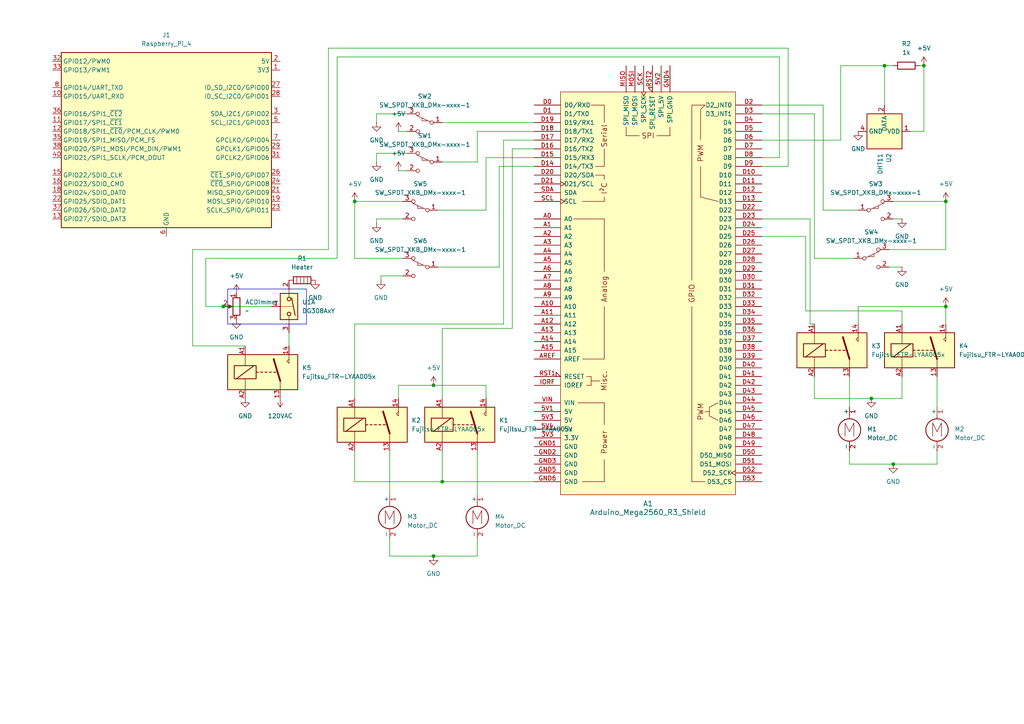
<source format=kicad_sch>
(kicad_sch (version 20250114) (generator "eeschema") (generator_version "9.0")
  (paper "A4")
  (lib_symbols
    (symbol "Analog_Switch:DG308AxY"
      (property "Reference" "U" (at -3.175 5.334 0))
      (property "Value" "DG308AxY" (at -3.175 3.556 0))
      (symbol "DG308AxY_1_1"
        (polyline (pts (xy -5.08 0) (xy -2.794 0)))
        (rectangle (start -3.81 2.54) (end 3.81 -2.54) (stroke (width 0.254)) (fill (type background)))
        (polyline (pts (xy -2.54 0.762) (xy 2.54 1.778)) (stroke (width 0.254)))
        (circle (center -2.159 0) (radius 0.508) (stroke (width 0.254)))
        (polyline (pts (xy 0 0.762) (xy 0 1.016)))
        (polyline (pts (xy 0 0.254) (xy 0 0.508)))
        (polyline (pts (xy 0 -0.254) (xy 0 0)))
        (polyline (pts (xy 0 -0.762) (xy 0 -0.508)))
        (polyline (pts (xy 0 -1.27) (xy 0 -1.016)))
        (polyline (pts (xy 0 -1.778) (xy 0 -1.524)))
        (polyline (pts (xy 0 -2.54) (xy 0 -2.032)))
        (circle (center 2.159 0) (radius 0.508) (stroke (width 0.254)))
        (polyline (pts (xy 5.08 0) (xy 2.794 0)))
        (pin passive line (at -7.62 0 0) (length 2.54) (name "~") (number "2"))
        (pin input line (at 0 -5.08 90) (length 2.54) (name "~") (number "1"))
        (pin passive line (at 7.62 0 180) (length 2.54) (name "~") (number "3"))
      )
      (symbol "DG308AxY_2_1"
        (polyline (pts (xy -5.08 0) (xy -2.794 0)))
        (rectangle (start -3.81 2.54) (end 3.81 -2.54) (stroke (width 0.254)) (fill (type background)))
        (polyline (pts (xy -2.54 0.762) (xy 2.54 1.778)) (stroke (width 0.254)))
        (circle (center -2.159 0) (radius 0.508) (stroke (width 0.254)))
        (polyline (pts (xy 0 0.762) (xy 0 1.016)))
        (polyline (pts (xy 0 0.254) (xy 0 0.508)))
        (polyline (pts (xy 0 -0.254) (xy 0 0)))
        (polyline (pts (xy 0 -0.762) (xy 0 -0.508)))
        (polyline (pts (xy 0 -1.27) (xy 0 -1.016)))
        (polyline (pts (xy 0 -1.778) (xy 0 -1.524)))
        (polyline (pts (xy 0 -2.54) (xy 0 -2.032)))
        (circle (center 2.159 0) (radius 0.508) (stroke (width 0.254)))
        (polyline (pts (xy 5.08 0) (xy 2.794 0)))
        (pin passive line (at -7.62 0 0) (length 2.54) (name "~") (number "6"))
        (pin input line (at 0 -5.08 90) (length 2.54) (name "~") (number "8"))
        (pin passive line (at 7.62 0 180) (length 2.54) (name "~") (number "7"))
      )
      (symbol "DG308AxY_3_1"
        (polyline (pts (xy -5.08 0) (xy -2.794 0)))
        (rectangle (start -3.81 2.54) (end 3.81 -2.54) (stroke (width 0.254)) (fill (type background)))
        (polyline (pts (xy -2.54 0.762) (xy 2.54 1.778)) (stroke (width 0.254)))
        (circle (center -2.159 0) (radius 0.508) (stroke (width 0.254)))
        (polyline (pts (xy 0 0.762) (xy 0 1.016)))
        (polyline (pts (xy 0 0.254) (xy 0 0.508)))
        (polyline (pts (xy 0 -0.254) (xy 0 0)))
        (polyline (pts (xy 0 -0.762) (xy 0 -0.508)))
        (polyline (pts (xy 0 -1.27) (xy 0 -1.016)))
        (polyline (pts (xy 0 -1.778) (xy 0 -1.524)))
        (polyline (pts (xy 0 -2.54) (xy 0 -2.032)))
        (circle (center 2.159 0) (radius 0.508) (stroke (width 0.254)))
        (polyline (pts (xy 5.08 0) (xy 2.794 0)))
        (pin passive line (at -7.62 0 0) (length 2.54) (name "~") (number "10"))
        (pin input line (at 0 -5.08 90) (length 2.54) (name "~") (number "9"))
        (pin passive line (at 7.62 0 180) (length 2.54) (name "~") (number "11"))
      )
      (symbol "DG308AxY_4_1"
        (polyline (pts (xy -5.08 0) (xy -2.794 0)))
        (rectangle (start -3.81 2.54) (end 3.81 -2.54) (stroke (width 0.254)) (fill (type background)))
        (polyline (pts (xy -2.54 0.762) (xy 2.54 1.778)) (stroke (width 0.254)))
        (circle (center -2.159 0) (radius 0.508) (stroke (width 0.254)))
        (polyline (pts (xy 0 0.762) (xy 0 1.016)))
        (polyline (pts (xy 0 0.254) (xy 0 0.508)))
        (polyline (pts (xy 0 -0.254) (xy 0 0)))
        (polyline (pts (xy 0 -0.762) (xy 0 -0.508)))
        (polyline (pts (xy 0 -1.27) (xy 0 -1.016)))
        (polyline (pts (xy 0 -1.778) (xy 0 -1.524)))
        (polyline (pts (xy 0 -2.54) (xy 0 -2.032)))
        (circle (center 2.159 0) (radius 0.508) (stroke (width 0.254)))
        (polyline (pts (xy 5.08 0) (xy 2.794 0)))
        (pin passive line (at -7.62 0 0) (length 2.54) (name "~") (number "15"))
        (pin input line (at 0 -5.08 90) (length 2.54) (name "~") (number "16"))
        (pin passive line (at 7.62 0 180) (length 2.54) (name "~") (number "14"))
      )
      (symbol "DG308AxY_5_0"
        (pin power_in line (at 0 12.7 270) (length 2.54) (name "V+") (number "13"))
        (pin power_in line (at 0 -12.7 90) (length 2.54) (name "GND") (number "5"))
        (pin no_connect line (at 2.54 10.16 270) (length 2.54) (hide yes) (name "NC") (number "12"))
        (pin power_in line (at 2.54 -12.7 90) (length 2.54) (name "V-") (number "4"))
      )
      (symbol "DG308AxY_5_1"
        (rectangle (start -3.81 10.16) (end 6.35 -10.16) (stroke (width 0.254)) (fill (type background)))
      )
    )
    (symbol "Connector:Raspberry_Pi_4"
      (property "Reference" "J" (at -17.526 48.768 0))
      (property "Value" "Raspberry_Pi_4" (at 15.748 -26.416 0))
      (symbol "Raspberry_Pi_4_0_1"
        (rectangle (start -30.48 25.4) (end 30.48 -25.4) (stroke (width 0.254)) (fill (type background)))
      )
      (symbol "Raspberry_Pi_4_1_1"
        (pin bidirectional line (at -33.02 22.86 0) (length 2.54) (name "GPIO12/PWM0") (number "32"))
        (pin bidirectional line (at -33.02 20.32 0) (length 2.54) (name "GPIO13/PWM1") (number "33"))
        (pin bidirectional line (at -33.02 15.24 0) (length 2.54) (name "GPIO14/UART_TXD") (number "8"))
        (pin bidirectional line (at -33.02 12.7 0) (length 2.54) (name "GPIO15/UART_RXD") (number "10"))
        (pin bidirectional line (at -33.02 7.62 0) (length 2.54) (name "GPIO16/SPI1_~{CE2}") (number "36"))
        (pin bidirectional line (at -33.02 5.08 0) (length 2.54) (name "GPIO17/SPI1_~{CE1}") (number "11"))
        (pin bidirectional line (at -33.02 2.54 0) (length 2.54) (name "GPIO18/SPI1_~{CE0}/PCM_CLK/PWM0") (number "12"))
        (pin bidirectional line (at -33.02 0 0) (length 2.54) (name "GPIO19/SPI1_MISO/PCM_FS") (number "35"))
        (pin bidirectional line (at -33.02 -2.54 0) (length 2.54) (name "GPIO20/SPI1_MOSI/PCM_DIN/PWM1") (number "38"))
        (pin bidirectional line (at -33.02 -5.08 0) (length 2.54) (name "GPIO21/SPI1_SCLK/PCM_DOUT") (number "40"))
        (pin bidirectional line (at -33.02 -10.16 0) (length 2.54) (name "GPIO22/SDIO_CLK") (number "15"))
        (pin bidirectional line (at -33.02 -12.7 0) (length 2.54) (name "GPIO23/SDIO_CMD") (number "16"))
        (pin bidirectional line (at -33.02 -15.24 0) (length 2.54) (name "GPIO24/SDIO_DAT0") (number "18"))
        (pin bidirectional line (at -33.02 -17.78 0) (length 2.54) (name "GPIO25/SDIO_DAT1") (number "22"))
        (pin bidirectional line (at -33.02 -20.32 0) (length 2.54) (name "GPIO26/SDIO_DAT2") (number "37"))
        (pin bidirectional line (at -33.02 -22.86 0) (length 2.54) (name "GPIO27/SDIO_DAT3") (number "13"))
        (pin passive line (at 0 -27.94 90) (length 2.54) (hide yes) (name "GND") (number "14"))
        (pin passive line (at 0 -27.94 90) (length 2.54) (hide yes) (name "GND") (number "20"))
        (pin passive line (at 0 -27.94 90) (length 2.54) (hide yes) (name "GND") (number "25"))
        (pin passive line (at 0 -27.94 90) (length 2.54) (hide yes) (name "GND") (number "30"))
        (pin passive line (at 0 -27.94 90) (length 2.54) (hide yes) (name "GND") (number "34"))
        (pin passive line (at 0 -27.94 90) (length 2.54) (hide yes) (name "GND") (number "39"))
        (pin power_out line (at 0 -27.94 90) (length 2.54) (name "GND") (number "6"))
        (pin passive line (at 0 -27.94 90) (length 2.54) (hide yes) (name "GND") (number "9"))
        (pin power_out line (at 33.02 22.86 180) (length 2.54) (name "5V") (number "2"))
        (pin passive line (at 33.02 22.86 180) (length 2.54) (hide yes) (name "5V") (number "4"))
        (pin power_out line (at 33.02 20.32 180) (length 2.54) (name "3V3") (number "1"))
        (pin passive line (at 33.02 20.32 180) (length 2.54) (hide yes) (name "3V3") (number "17"))
        (pin bidirectional line (at 33.02 15.24 180) (length 2.54) (name "ID_SD_I2C0/GPIO00") (number "27"))
        (pin bidirectional line (at 33.02 12.7 180) (length 2.54) (name "ID_SC_I2C0/GPIO01") (number "28"))
        (pin bidirectional line (at 33.02 7.62 180) (length 2.54) (name "SDA_I2C1/GPIO02") (number "3"))
        (pin bidirectional line (at 33.02 5.08 180) (length 2.54) (name "SCL_I2C1/GPIO03") (number "5"))
        (pin bidirectional line (at 33.02 0 180) (length 2.54) (name "GPCLK0/GPIO04") (number "7"))
        (pin bidirectional line (at 33.02 -2.54 180) (length 2.54) (name "GPCLK1/GPIO05") (number "29"))
        (pin bidirectional line (at 33.02 -5.08 180) (length 2.54) (name "GPCLK2/GPIO06") (number "31"))
        (pin bidirectional line (at 33.02 -10.16 180) (length 2.54) (name "~{CE1}_SPI0/GPIO07") (number "26"))
        (pin bidirectional line (at 33.02 -12.7 180) (length 2.54) (name "~{CE0}_SPI0/GPIO08") (number "24"))
        (pin bidirectional line (at 33.02 -15.24 180) (length 2.54) (name "MISO_SPI0/GPIO09") (number "21"))
        (pin bidirectional line (at 33.02 -17.78 180) (length 2.54) (name "MOSI_SPI0/GPIO10") (number "19"))
        (pin bidirectional line (at 33.02 -20.32 180) (length 2.54) (name "SCLK_SPI0/GPIO11") (number "23"))
      )
    )
    (symbol "Device:Heater" (pin_numbers (hide yes)) (pin_names (offset 0))
      (property "Reference" "R" (at 2.032 0 90))
      (property "Value" "Heater" (at -2.032 0 90))
      (symbol "Heater_0_1"
        (polyline (pts (xy -1.016 1.524) (xy 1.016 1.524)))
        (rectangle (start -1.016 -2.54) (end 1.016 2.54) (stroke (width 0.254)))
        (polyline (pts (xy 1.016 0.508) (xy -1.016 0.508)))
        (polyline (pts (xy 1.016 -0.508) (xy -1.016 -0.508)))
        (polyline (pts (xy 1.016 -1.524) (xy -1.016 -1.524)))
      )
      (symbol "Heater_1_1"
        (pin passive line (at 0 3.81 270) (length 1.27) (name "~") (number "1"))
        (pin passive line (at 0 -3.81 90) (length 1.27) (name "~") (number "2"))
      )
    )
    (symbol "Device:R" (pin_numbers (hide yes)) (pin_names (offset 0))
      (property "Reference" "R" (at 2.032 0 90))
      (property "Value" "R" (at 0 0 90))
      (symbol "R_0_1"
        (rectangle (start -1.016 -2.54) (end 1.016 2.54) (stroke (width 0.254)))
      )
      (symbol "R_1_1"
        (pin passive line (at 0 3.81 270) (length 1.27) (name "~") (number "1"))
        (pin passive line (at 0 -3.81 90) (length 1.27) (name "~") (number "2"))
      )
    )
    (symbol "Device:R_Potentiometer" (pin_names (offset 1.016) (hide yes))
      (property "Reference" "RV" (at -4.445 0 90))
      (property "Value" "R_Potentiometer" (at -2.54 0 90))
      (symbol "R_Potentiometer_0_1"
        (rectangle (start 1.016 2.54) (end -1.016 -2.54) (stroke (width 0.254)))
        (polyline (pts (xy 1.143 0) (xy 2.286 0.508) (xy 2.286 -0.508) (xy 1.143 0)) (fill (type outline)))
        (polyline (pts (xy 2.54 0) (xy 1.524 0)))
      )
      (symbol "R_Potentiometer_1_1"
        (pin passive line (at 0 3.81 270) (length 1.27) (name "1") (number "1"))
        (pin passive line (at 0 -3.81 90) (length 1.27) (name "3") (number "3"))
        (pin passive line (at 3.81 0 180) (length 1.27) (name "2") (number "2"))
      )
    )
    (symbol "Motor:Motor_DC" (pin_names (offset 0))
      (property "Reference" "M" (at 2.54 2.54 0))
      (property "Value" "Motor_DC" (at 2.54 -5.08 0))
      (symbol "Motor_DC_0_0"
        (polyline (pts (xy -1.27 -3.302) (xy -1.27 0.508) (xy 0 -2.032) (xy 1.27 0.508) (xy 1.27 -3.302)))
      )
      (symbol "Motor_DC_0_1"
        (polyline (pts (xy 0 2.032) (xy 0 2.54)))
        (polyline (pts (xy 0 1.7272) (xy 0 2.0828)))
        (circle (center 0 -1.524) (radius 3.2512) (stroke (width 0.254)))
        (polyline (pts (xy 0 -4.7752) (xy 0 -5.1816)))
        (polyline (pts (xy 0 -7.62) (xy 0 -7.112)))
      )
      (symbol "Motor_DC_1_1"
        (pin passive line (at 0 5.08 270) (length 2.54) (name "+") (number "1"))
        (pin passive line (at 0 -7.62 90) (length 2.54) (name "-") (number "2"))
      )
    )
    (symbol "Relay:Fujitsu_FTR-LYAA005x"
      (property "Reference" "K" (at 11.43 3.81 0))
      (property "Value" "Fujitsu_FTR-LYAA005x" (at 11.43 1.27 0))
      (symbol "Fujitsu_FTR-LYAA005x_0_0"
        (polyline (pts (xy 7.62 5.08) (xy 7.62 2.54) (xy 6.985 3.175) (xy 7.62 3.81)))
      )
      (symbol "Fujitsu_FTR-LYAA005x_0_1"
        (rectangle (start -10.16 5.08) (end 10.16 -5.08) (stroke (width 0.254)) (fill (type background)))
        (rectangle (start -8.255 1.905) (end -1.905 -1.905) (stroke (width 0.254)))
        (polyline (pts (xy -7.62 -1.905) (xy -2.54 1.905)) (stroke (width 0.254)))
        (polyline (pts (xy -5.08 5.08) (xy -5.08 1.905)))
        (polyline (pts (xy -5.08 -5.08) (xy -5.08 -1.905)))
        (polyline (pts (xy -1.905 0) (xy -1.27 0)) (stroke (width 0.254)))
        (polyline (pts (xy -0.635 0) (xy 0 0)) (stroke (width 0.254)))
        (polyline (pts (xy 0.635 0) (xy 1.27 0)) (stroke (width 0.254)))
        (polyline (pts (xy 1.905 0) (xy 2.54 0)) (stroke (width 0.254)))
        (polyline (pts (xy 3.175 0) (xy 3.81 0)) (stroke (width 0.254)))
        (polyline (pts (xy 5.08 -2.54) (xy 3.175 3.81)) (stroke (width 0.508)))
        (polyline (pts (xy 5.08 -2.54) (xy 5.08 -5.08)))
      )
      (symbol "Fujitsu_FTR-LYAA005x_1_1"
        (pin passive line (at -5.08 7.62 270) (length 2.54) (name "~") (number "A1"))
        (pin passive line (at -5.08 -7.62 90) (length 2.54) (name "~") (number "A2"))
        (pin passive line (at 5.08 -7.62 90) (length 2.54) (name "~") (number "13"))
        (pin passive line (at 7.62 7.62 270) (length 2.54) (name "~") (number "14"))
      )
    )
    (symbol "Sensor:DHT11"
      (property "Reference" "U" (at -3.81 6.35 0))
      (property "Value" "DHT11" (at 3.81 6.35 0))
      (symbol "DHT11_0_1"
        (rectangle (start -5.08 5.08) (end 5.08 -5.08) (stroke (width 0.254)) (fill (type background)))
      )
      (symbol "DHT11_1_1"
        (pin no_connect line (at -5.08 0 0) (length 2.54) (hide yes) (name "NC") (number "3"))
        (pin power_in line (at 0 7.62 270) (length 2.54) (name "VDD") (number "1"))
        (pin power_in line (at 0 -7.62 90) (length 2.54) (name "GND") (number "4"))
        (pin bidirectional line (at 7.62 0 180) (length 2.54) (name "DATA") (number "2"))
      )
    )
    (symbol "Switch:SW_SPDT_XKB_DMx-xxxx-1" (pin_names (offset 0) (hide yes))
      (property "Reference" "SW" (at 0 4.318 0))
      (property "Value" "SW_SPDT_XKB_DMx-xxxx-1" (at 0 -5.588 0))
      (symbol "SW_SPDT_XKB_DMx-xxxx-1_1_1"
        (circle (center -2.032 0) (radius 0.508))
        (polyline (pts (xy -1.524 0.254) (xy 2.286 2.032)))
        (polyline (pts (xy -0.762 0.508) (xy 0.762 0.508) (xy 0.762 1.27)))
        (circle (center 2.032 2.54) (radius 0.508))
        (circle (center 2.032 -2.54) (radius 0.508))
        (pin passive line (at -5.08 0 0) (length 2.54) (name "A") (number "1"))
        (pin passive line (at 5.08 2.54 180) (length 2.54) (name "C") (number "3"))
        (pin passive line (at 5.08 -2.54 180) (length 2.54) (name "B") (number "2"))
      )
    )
    (symbol "arduino-library:Arduino_Mega2560_R3_Shield" (pin_names (offset 1.016))
      (property "Reference" "A" (at 0 -62.23 0))
      (property "Value" "Arduino_Mega2560_R3_Shield" (at 0 -66.04 0))
      (symbol "Arduino_Mega2560_R3_Shield_0_0"
        (rectangle (start -25.4 -58.42) (end 25.4 58.42) (fill (type background)))
        (polyline (pts (xy -21.59 21.59) (xy -12.7 21.59)))
        (rectangle (start -20.32 -31.75) (end -12.7 -31.75))
        (rectangle (start -19.05 26.67) (end -12.7 26.67))
        (rectangle (start -19.05 -19.05) (end -12.7 -19.05))
        (rectangle (start -19.05 -54.61) (end -12.7 -54.61))
        (rectangle (start -17.78 -24.13) (end -16.51 -24.13))
        (rectangle (start -17.78 -26.67) (end -16.51 -26.67))
        (rectangle (start -16.51 54.61) (end -12.7 54.61))
        (rectangle (start -16.51 -24.13) (end -16.51 -26.67))
        (rectangle (start -16.51 -25.4) (end -13.97 -25.4))
        (rectangle (start -15.24 36.83) (end -12.7 36.83))
        (rectangle (start -15.24 34.29) (end -12.7 34.29))
        (rectangle (start -12.7 49.53) (end -12.7 54.61))
        (rectangle (start -12.7 41.91) (end -12.7 36.83))
        (rectangle (start -12.7 34.29) (end -12.7 33.02))
        (rectangle (start -12.7 26.67) (end -12.7 27.94))
        (polyline (pts (xy -12.7 6.35) (xy -12.7 21.59)))
        (polyline (pts (xy -12.7 -19.05) (xy -12.7 -3.81)))
        (rectangle (start -12.7 -31.75) (end -12.7 -38.1))
        (rectangle (start -12.7 -54.61) (end -12.7 -48.26))
        (rectangle (start -6.35 48.26) (end -6.35 45.72))
        (rectangle (start -2.54 45.72) (end -6.35 45.72))
        (rectangle (start 6.35 48.26) (end 6.35 45.72))
        (rectangle (start 6.35 45.72) (end 2.54 45.72))
        (polyline (pts (xy 12.7 54.61) (xy 16.51 54.61)))
        (polyline (pts (xy 12.7 -54.61) (xy 16.51 -54.61)))
        (polyline (pts (xy 15.24 44.45) (xy 15.24 53.34) (xy 16.51 54.61)))
        (polyline (pts (xy 15.24 36.83) (xy 15.24 27.94) (xy 20.32 26.67)))
        (polyline (pts (xy 17.78 -34.29) (xy 16.51 -34.29)))
        (polyline (pts (xy 20.32 -31.75) (xy 17.78 -33.02) (xy 17.78 -35.56) (xy 20.32 -36.83)))
        (text "Serial" (at -12.7 45.72 900) (effects (font (size 1.524 1.524))))
        (text "I²C" (at -12.7 30.48 900) (effects (font (size 1.524 1.524))))
        (text "Analog" (at -12.7 1.27 900) (effects (font (size 1.524 1.524))))
        (text "Misc." (at -12.7 -25.4 900) (effects (font (size 1.524 1.524))))
        (text "Power" (at -12.7 -43.18 900) (effects (font (size 1.524 1.524))))
        (text "SPI" (at 0 45.72 0) (effects (font (size 1.524 1.524))))
        (text "PWM" (at 15.24 40.64 900) (effects (font (size 1.524 1.524))))
        (text "PWM" (at 15.24 -34.29 900) (effects (font (size 1.524 1.524))))
      )
      (symbol "Arduino_Mega2560_R3_Shield_1_0"
        (rectangle (start 12.7 54.61) (end 12.7 3.81))
        (rectangle (start 12.7 -54.61) (end 12.7 -3.81))
        (text "GPIO" (at 12.7 0 900) (effects (font (size 1.524 1.524))))
      )
      (symbol "Arduino_Mega2560_R3_Shield_1_1"
        (pin bidirectional line (at -33.02 54.61 0) (length 7.62) (name "D0/RX0") (number "D0"))
        (pin bidirectional line (at -33.02 52.07 0) (length 7.62) (name "D1/TX0") (number "D1"))
        (pin bidirectional line (at -33.02 49.53 0) (length 7.62) (name "D19/RX1") (number "D19"))
        (pin bidirectional line (at -33.02 46.99 0) (length 7.62) (name "D18/TX1") (number "D18"))
        (pin bidirectional line (at -33.02 44.45 0) (length 7.62) (name "D17/RX2") (number "D17"))
        (pin bidirectional line (at -33.02 41.91 0) (length 7.62) (name "D16/TX2") (number "D16"))
        (pin bidirectional line (at -33.02 39.37 0) (length 7.62) (name "D15/RX3") (number "D15"))
        (pin bidirectional line (at -33.02 36.83 0) (length 7.62) (name "D14/TX3") (number "D14"))
        (pin bidirectional line (at -33.02 34.29 0) (length 7.62) (name "D20/SDA") (number "D20"))
        (pin bidirectional clock (at -33.02 31.75 0) (length 7.62) (name "D21/SCL") (number "D21"))
        (pin bidirectional line (at -33.02 29.21 0) (length 7.62) (name "SDA") (number "SDA"))
        (pin bidirectional clock (at -33.02 26.67 0) (length 7.62) (name "SCL") (number "SCL"))
        (pin bidirectional line (at -33.02 21.59 0) (length 7.62) (name "A0") (number "A0"))
        (pin bidirectional line (at -33.02 19.05 0) (length 7.62) (name "A1") (number "A1"))
        (pin bidirectional line (at -33.02 16.51 0) (length 7.62) (name "A2") (number "A2"))
        (pin bidirectional line (at -33.02 13.97 0) (length 7.62) (name "A3") (number "A3"))
        (pin bidirectional line (at -33.02 11.43 0) (length 7.62) (name "A4") (number "A4"))
        (pin bidirectional line (at -33.02 8.89 0) (length 7.62) (name "A5") (number "A5"))
        (pin bidirectional line (at -33.02 6.35 0) (length 7.62) (name "A6") (number "A6"))
        (pin bidirectional line (at -33.02 3.81 0) (length 7.62) (name "A7") (number "A7"))
        (pin bidirectional line (at -33.02 1.27 0) (length 7.62) (name "A8") (number "A8"))
        (pin bidirectional line (at -33.02 -1.27 0) (length 7.62) (name "A9") (number "A9"))
        (pin bidirectional line (at -33.02 -3.81 0) (length 7.62) (name "A10") (number "A10"))
        (pin bidirectional line (at -33.02 -6.35 0) (length 7.62) (name "A11") (number "A11"))
        (pin bidirectional line (at -33.02 -8.89 0) (length 7.62) (name "A12") (number "A12"))
        (pin bidirectional line (at -33.02 -11.43 0) (length 7.62) (name "A13") (number "A13"))
        (pin bidirectional line (at -33.02 -13.97 0) (length 7.62) (name "A14") (number "A14"))
        (pin bidirectional line (at -33.02 -16.51 0) (length 7.62) (name "A15") (number "A15"))
        (pin input line (at -33.02 -19.05 0) (length 7.62) (name "AREF") (number "AREF"))
        (pin open_collector input_low (at -33.02 -24.13 0) (length 7.62) (name "RESET") (number "RST1"))
        (pin output line (at -33.02 -26.67 0) (length 7.62) (name "IOREF") (number "IORF"))
        (pin power_in line (at -33.02 -31.75 0) (length 7.62) (name "VIN") (number "VIN"))
        (pin power_in line (at -33.02 -34.29 0) (length 7.62) (name "5V") (number "5V1"))
        (pin power_in line (at -33.02 -36.83 0) (length 7.62) (name "5V") (number "5V3"))
        (pin power_in line (at -33.02 -39.37 0) (length 7.62) (name "5V") (number "5V4"))
        (pin power_out line (at -33.02 -41.91 0) (length 7.62) (name "3.3V") (number "3V3"))
        (pin power_in line (at -33.02 -44.45 0) (length 7.62) (name "GND") (number "GND1"))
        (pin power_in line (at -33.02 -46.99 0) (length 7.62) (name "GND") (number "GND2"))
        (pin power_in line (at -33.02 -49.53 0) (length 7.62) (name "GND") (number "GND3"))
        (pin power_in line (at -33.02 -52.07 0) (length 7.62) (name "GND") (number "GND5"))
        (pin power_in line (at -33.02 -54.61 0) (length 7.62) (name "GND") (number "GND6"))
        (pin input line (at -6.35 66.04 270) (length 7.62) (name "SPI_MISO") (number "MISO"))
        (pin output line (at -3.81 66.04 270) (length 7.62) (name "SPI_MOSI") (number "MOSI"))
        (pin output clock (at -1.27 66.04 270) (length 7.62) (name "SPI_SCK") (number "SCK"))
        (pin open_collector input_low (at 1.27 66.04 270) (length 7.62) (name "SPI_RESET") (number "RST2"))
        (pin power_in line (at 3.81 66.04 270) (length 7.62) (name "SPI_5V") (number "5V2"))
        (pin power_in line (at 6.35 66.04 270) (length 7.62) (name "SPI_GND") (number "GND4"))
        (pin bidirectional line (at 33.02 54.61 180) (length 7.62) (name "D2_INT0") (number "D2"))
        (pin bidirectional line (at 33.02 52.07 180) (length 7.62) (name "D3_INT1") (number "D3"))
        (pin bidirectional line (at 33.02 49.53 180) (length 7.62) (name "D4") (number "D4"))
        (pin bidirectional line (at 33.02 46.99 180) (length 7.62) (name "D5") (number "D5"))
        (pin bidirectional line (at 33.02 44.45 180) (length 7.62) (name "D6") (number "D6"))
        (pin bidirectional line (at 33.02 41.91 180) (length 7.62) (name "D7") (number "D7"))
        (pin bidirectional line (at 33.02 39.37 180) (length 7.62) (name "D8") (number "D8"))
        (pin bidirectional line (at 33.02 36.83 180) (length 7.62) (name "D9") (number "D9"))
        (pin bidirectional line (at 33.02 34.29 180) (length 7.62) (name "D10") (number "D10"))
        (pin bidirectional line (at 33.02 31.75 180) (length 7.62) (name "D11") (number "D11"))
        (pin bidirectional line (at 33.02 29.21 180) (length 7.62) (name "D12") (number "D12"))
        (pin bidirectional line (at 33.02 26.67 180) (length 7.62) (name "D13") (number "D13"))
        (pin bidirectional line (at 33.02 24.13 180) (length 7.62) (name "D22") (number "D22"))
        (pin bidirectional line (at 33.02 21.59 180) (length 7.62) (name "D23") (number "D23"))
        (pin bidirectional line (at 33.02 19.05 180) (length 7.62) (name "D24") (number "D24"))
        (pin bidirectional line (at 33.02 16.51 180) (length 7.62) (name "D25") (number "D25"))
        (pin bidirectional line (at 33.02 13.97 180) (length 7.62) (name "D26") (number "D26"))
        (pin bidirectional line (at 33.02 11.43 180) (length 7.62) (name "D27") (number "D27"))
        (pin bidirectional line (at 33.02 8.89 180) (length 7.62) (name "D28") (number "D28"))
        (pin bidirectional line (at 33.02 6.35 180) (length 7.62) (name "D29") (number "D29"))
        (pin bidirectional line (at 33.02 3.81 180) (length 7.62) (name "D30") (number "D30"))
        (pin bidirectional line (at 33.02 1.27 180) (length 7.62) (name "D31") (number "D31"))
        (pin bidirectional line (at 33.02 -1.27 180) (length 7.62) (name "D32") (number "D32"))
        (pin bidirectional line (at 33.02 -3.81 180) (length 7.62) (name "D33") (number "D33"))
        (pin bidirectional line (at 33.02 -6.35 180) (length 7.62) (name "D34") (number "D34"))
        (pin bidirectional line (at 33.02 -8.89 180) (length 7.62) (name "D35") (number "D35"))
        (pin bidirectional line (at 33.02 -11.43 180) (length 7.62) (name "D36") (number "D36"))
        (pin bidirectional line (at 33.02 -13.97 180) (length 7.62) (name "D37") (number "D37"))
        (pin bidirectional line (at 33.02 -16.51 180) (length 7.62) (name "D38") (number "D38"))
        (pin bidirectional line (at 33.02 -19.05 180) (length 7.62) (name "D39") (number "D39"))
        (pin bidirectional line (at 33.02 -21.59 180) (length 7.62) (name "D40") (number "D40"))
        (pin bidirectional line (at 33.02 -24.13 180) (length 7.62) (name "D41") (number "D41"))
        (pin bidirectional line (at 33.02 -26.67 180) (length 7.62) (name "D42") (number "D42"))
        (pin bidirectional line (at 33.02 -29.21 180) (length 7.62) (name "D43") (number "D43"))
        (pin bidirectional line (at 33.02 -31.75 180) (length 7.62) (name "D44") (number "D44"))
        (pin bidirectional line (at 33.02 -34.29 180) (length 7.62) (name "D45") (number "D45"))
        (pin bidirectional line (at 33.02 -36.83 180) (length 7.62) (name "D46") (number "D46"))
        (pin bidirectional line (at 33.02 -39.37 180) (length 7.62) (name "D47") (number "D47"))
        (pin bidirectional line (at 33.02 -41.91 180) (length 7.62) (name "D48") (number "D48"))
        (pin bidirectional line (at 33.02 -44.45 180) (length 7.62) (name "D49") (number "D49"))
        (pin bidirectional line (at 33.02 -46.99 180) (length 7.62) (name "D50_MISO") (number "D50"))
        (pin bidirectional line (at 33.02 -49.53 180) (length 7.62) (name "D51_MOSI") (number "D51"))
        (pin bidirectional clock (at 33.02 -52.07 180) (length 7.62) (name "D52_SCK") (number "D52"))
        (pin bidirectional line (at 33.02 -54.61 180) (length 7.62) (name "D53_CS") (number "D53"))
      )
    )
    (symbol "power:+5V" (power) (pin_numbers (hide yes)) (pin_names (offset 0) (hide yes))
      (property "Value" "+5V" (at 0 3.556 0))
      (symbol "+5V_0_1"
        (polyline (pts (xy -0.762 1.27) (xy 0 2.54)))
        (polyline (pts (xy 0 2.54) (xy 0.762 1.27)))
        (polyline (pts (xy 0 0) (xy 0 2.54)))
      )
      (symbol "+5V_1_1"
        (pin power_in line (at 0 0 90) (length 0) (name "~") (number "1"))
      )
    )
    (symbol "power:GND" (power) (pin_numbers (hide yes)) (pin_names (offset 0) (hide yes))
      (property "Value" "GND" (at 0 -3.81 0))
      (symbol "GND_0_1"
        (polyline (pts (xy 0 0) (xy 0 -1.27) (xy 1.27 -1.27) (xy 0 -2.54) (xy -1.27 -1.27) (xy 0 -1.27)))
      )
      (symbol "GND_1_1"
        (pin power_in line (at 0 0 270) (length 0) (name "~") (number "1"))
      )
    )
  )
  (rectangle (start 66.04 83.82) (end 88.9 93.98))
  (junction (at 128.27 139.7))
  (junction (at 259.08 134.62))
  (junction (at 267.97 19.05))
  (junction (at 125.73 111.76))
  (junction (at 64.77 88.9))
  (junction (at 256.54 19.05))
  (junction (at 125.73 161.29))
  (junction (at 252.73 115.57))
  (junction (at 274.32 88.9))
  (junction (at 102.87 58.42))
  (junction (at 274.32 58.42))
  (wire (pts (xy 115.57 38.1) (xy 118.11 38.1)))
  (wire (pts (xy 113.03 161.29) (xy 125.73 161.29)))
  (wire (pts (xy 102.87 93.98) (xy 146.05 93.98)))
  (wire (pts (xy 109.22 35.56) (xy 109.22 33.02)))
  (wire (pts (xy 110.49 80.01) (xy 110.49 81.28)))
  (wire (pts (xy 236.22 93.98) (xy 234.95 93.98)))
  (wire (pts (xy 102.87 130.81) (xy 102.87 139.7)))
  (wire (pts (xy 59.69 74.93) (xy 59.69 88.9)))
  (wire (pts (xy 256.54 19.05) (xy 259.08 19.05)))
  (wire (pts (xy 256.54 19.05) (xy 256.54 30.48)))
  (wire (pts (xy 257.81 77.47) (xy 261.62 77.47)))
  (wire (pts (xy 257.81 72.39) (xy 274.32 72.39)))
  (wire (pts (xy 127 77.47) (xy 144.78 77.47)))
  (wire (pts (xy 228.6 13.97) (xy 228.6 48.26)))
  (wire (pts (xy 116.84 63.5) (xy 109.22 63.5)))
  (wire (pts (xy 259.08 63.5) (xy 261.62 63.5)))
  (wire (pts (xy 59.69 88.9) (xy 64.77 88.9)))
  (wire (pts (xy 109.22 63.5) (xy 109.22 64.77)))
  (wire (pts (xy 248.92 88.9) (xy 274.32 88.9)))
  (wire (pts (xy 115.57 111.76) (xy 125.73 111.76)))
  (wire (pts (xy 113.03 156.21) (xy 113.03 161.29)))
  (wire (pts (xy 233.68 90.17) (xy 261.62 90.17)))
  (wire (pts (xy 83.82 96.52) (xy 83.82 100.33)))
  (wire (pts (xy 274.32 58.42) (xy 259.08 58.42)))
  (wire (pts (xy 148.59 95.25) (xy 148.59 43.18)))
  (wire (pts (xy 248.92 93.98) (xy 248.92 88.9)))
  (wire (pts (xy 115.57 115.57) (xy 115.57 111.76)))
  (wire (pts (xy 128.27 115.57) (xy 128.27 95.25)))
  (wire (pts (xy 95.25 13.97) (xy 228.6 13.97)))
  (wire (pts (xy 154.94 45.72) (xy 140.97 45.72)))
  (wire (pts (xy 220.98 48.26) (xy 228.6 48.26)))
  (wire (pts (xy 220.98 33.02) (xy 236.22 33.02)))
  (wire (pts (xy 226.06 16.51) (xy 97.79 16.51)))
  (wire (pts (xy 261.62 115.57) (xy 252.73 115.57)))
  (wire (pts (xy 144.78 77.47) (xy 144.78 48.26)))
  (wire (pts (xy 55.88 100.33) (xy 55.88 72.39)))
  (wire (pts (xy 55.88 72.39) (xy 95.25 72.39)))
  (wire (pts (xy 146.05 93.98) (xy 146.05 40.64)))
  (wire (pts (xy 246.38 109.22) (xy 246.38 118.11)))
  (wire (pts (xy 243.84 19.05) (xy 243.84 40.64)))
  (wire (pts (xy 234.95 63.5) (xy 220.98 63.5)))
  (wire (pts (xy 259.08 134.62) (xy 271.78 134.62)))
  (wire (pts (xy 274.32 88.9) (xy 274.32 93.98)))
  (wire (pts (xy 220.98 30.48) (xy 238.76 30.48)))
  (wire (pts (xy 115.57 49.53) (xy 118.11 49.53)))
  (wire (pts (xy 109.22 44.45) (xy 109.22 46.99)))
  (wire (pts (xy 138.43 130.81) (xy 138.43 143.51)))
  (wire (pts (xy 116.84 80.01) (xy 110.49 80.01)))
  (wire (pts (xy 128.27 130.81) (xy 128.27 139.7)))
  (wire (pts (xy 102.87 139.7) (xy 128.27 139.7)))
  (wire (pts (xy 243.84 19.05) (xy 256.54 19.05)))
  (wire (pts (xy 97.79 16.51) (xy 97.79 74.93)))
  (wire (pts (xy 109.22 33.02) (xy 118.11 33.02)))
  (wire (pts (xy 238.76 60.96) (xy 248.92 60.96)))
  (wire (pts (xy 271.78 109.22) (xy 271.78 118.11)))
  (wire (pts (xy 236.22 115.57) (xy 252.73 115.57)))
  (wire (pts (xy 261.62 109.22) (xy 261.62 115.57)))
  (wire (pts (xy 226.06 45.72) (xy 226.06 16.51)))
  (wire (pts (xy 102.87 74.93) (xy 102.87 58.42)))
  (wire (pts (xy 128.27 35.56) (xy 154.94 35.56)))
  (wire (pts (xy 95.25 72.39) (xy 95.25 13.97)))
  (wire (pts (xy 138.43 38.1) (xy 138.43 46.99)))
  (wire (pts (xy 274.32 72.39) (xy 274.32 58.42)))
  (wire (pts (xy 261.62 90.17) (xy 261.62 93.98)))
  (wire (pts (xy 267.97 19.05) (xy 267.97 38.1)))
  (wire (pts (xy 140.97 45.72) (xy 140.97 60.96)))
  (wire (pts (xy 64.77 88.9) (xy 78.74 88.9)))
  (wire (pts (xy 233.68 68.58) (xy 233.68 90.17)))
  (wire (pts (xy 113.03 130.81) (xy 113.03 143.51)))
  (wire (pts (xy 140.97 111.76) (xy 140.97 115.57)))
  (wire (pts (xy 246.38 134.62) (xy 259.08 134.62)))
  (wire (pts (xy 236.22 74.93) (xy 247.65 74.93)))
  (wire (pts (xy 71.12 100.33) (xy 55.88 100.33)))
  (wire (pts (xy 148.59 43.18) (xy 154.94 43.18)))
  (wire (pts (xy 125.73 111.76) (xy 140.97 111.76)))
  (wire (pts (xy 271.78 134.62) (xy 271.78 130.81)))
  (wire (pts (xy 236.22 33.02) (xy 236.22 74.93)))
  (wire (pts (xy 264.16 38.1) (xy 267.97 38.1)))
  (wire (pts (xy 243.84 40.64) (xy 220.98 40.64)))
  (wire (pts (xy 97.79 74.93) (xy 59.69 74.93)))
  (wire (pts (xy 125.73 161.29) (xy 138.43 161.29)))
  (wire (pts (xy 146.05 40.64) (xy 154.94 40.64)))
  (wire (pts (xy 220.98 45.72) (xy 226.06 45.72)))
  (wire (pts (xy 236.22 109.22) (xy 236.22 115.57)))
  (wire (pts (xy 234.95 93.98) (xy 234.95 63.5)))
  (wire (pts (xy 118.11 44.45) (xy 109.22 44.45)))
  (wire (pts (xy 246.38 130.81) (xy 246.38 134.62)))
  (wire (pts (xy 138.43 46.99) (xy 128.27 46.99)))
  (wire (pts (xy 154.94 38.1) (xy 138.43 38.1)))
  (wire (pts (xy 128.27 95.25) (xy 148.59 95.25)))
  (wire (pts (xy 140.97 60.96) (xy 127 60.96)))
  (wire (pts (xy 144.78 48.26) (xy 154.94 48.26)))
  (wire (pts (xy 267.97 19.05) (xy 266.7 19.05)))
  (wire (pts (xy 138.43 161.29) (xy 138.43 156.21)))
  (wire (pts (xy 116.84 74.93) (xy 102.87 74.93)))
  (wire (pts (xy 220.98 68.58) (xy 233.68 68.58)))
  (wire (pts (xy 238.76 30.48) (xy 238.76 60.96)))
  (wire (pts (xy 102.87 115.57) (xy 102.87 93.98)))
  (wire (pts (xy 102.87 58.42) (xy 116.84 58.42)))
  (wire (pts (xy 128.27 139.7) (xy 154.94 139.7)))
  (symbol (lib_id "Relay:Fujitsu_FTR-LYAA005x") (at 241.3 101.6 0) (unit 1)
    (property "Reference" "K3" (at 252.73 100.3299 0) (effects (justify left)))
    (property "Value" "Fujitsu_FTR-LYAA005x" (at 252.73 102.8699 0) (effects (justify left)))
    (property "Footprint" "Relay_THT:Relay_SPST-NO_Fujitsu_FTR-LYAA005x_FormA_Vertical" (effects (hide yes)))
    (property "Datasheet" "https://www.fujitsu.com/sg/imagesgig5/ftr-ly.pdf" (effects (hide yes)))
    (property "Description" "Relay, SPST Form A, vertical mount, 5-60V coil, 6A, 250VAC, 28 x 5 x 15mm" (effects (hide yes)))
  )
  (symbol (lib_id "power:GND") (at 261.62 63.5 0) (unit 1)
    (property "Reference" "#PWR07" (effects (hide yes)))
    (property "Value" "GND" (at 261.62 68.58 0))
    (property "Description" "Power symbol creates a global label with name \"GND\" , ground" (effects (hide yes)))
  )
  (symbol (lib_id "Motor:Motor_DC") (at 246.38 123.19 0) (unit 1)
    (property "Reference" "M1" (at 251.46 124.4599 0) (effects (justify left)))
    (property "Value" "Motor_DC" (at 251.46 126.9999 0) (effects (justify left)))
    (property "Description" "DC Motor" (effects (hide yes)))
  )
  (symbol (lib_id "power:GND") (at 109.22 46.99 0) (unit 1)
    (property "Reference" "#PWR04" (effects (hide yes)))
    (property "Value" "GND" (at 109.22 52.07 0))
    (property "Description" "Power symbol creates a global label with name \"GND\" , ground" (effects (hide yes)))
  )
  (symbol (lib_id "power:GND") (at 71.12 115.57 0) (unit 1)
    (property "Reference" "#PWR020" (effects (hide yes)))
    (property "Value" "GND" (at 71.12 120.65 0))
    (property "Description" "Power symbol creates a global label with name \"GND\" , ground" (effects (hide yes)))
  )
  (symbol (lib_id "Device:R") (at 262.89 19.05 90) (unit 1)
    (property "Reference" "R2" (at 262.89 12.7 90))
    (property "Value" "1k" (at 262.89 15.24 90))
    (property "Description" "Resistor" (effects (hide yes)))
  )
  (symbol (lib_id "Motor:Motor_DC") (at 138.43 148.59 0) (unit 1)
    (property "Reference" "M4" (at 143.51 149.8599 0) (effects (justify left)))
    (property "Value" "Motor_DC" (at 143.51 152.3999 0) (effects (justify left)))
    (property "Description" "DC Motor" (effects (hide yes)))
  )
  (symbol (lib_id "power:+5V") (at 102.87 58.42 0) (unit 1)
    (property "Reference" "#PWR010" (effects (hide yes)))
    (property "Value" "+5V" (at 102.87 53.34 0))
    (property "Description" "Power symbol creates a global label with name \"+5V\"" (effects (hide yes)))
  )
  (symbol (lib_id "power:GND") (at 68.58 92.71 0) (unit 1)
    (property "Reference" "#PWR019" (effects (hide yes)))
    (property "Value" "GND" (at 68.58 97.79 0))
    (property "Description" "Power symbol creates a global label with name \"GND\" , ground" (effects (hide yes)))
  )
  (symbol (lib_id "power:+5V") (at 115.57 49.53 0) (unit 1)
    (property "Reference" "#PWR011" (effects (hide yes)))
    (property "Value" "+5V" (at 115.57 44.45 0))
    (property "Description" "Power symbol creates a global label with name \"+5V\"" (effects (hide yes)))
  )
  (symbol (lib_id "Relay:Fujitsu_FTR-LYAA005x") (at 76.2 107.95 0) (unit 1)
    (property "Reference" "K5" (at 87.63 106.6799 0) (effects (justify left)))
    (property "Value" "Fujitsu_FTR-LYAA005x" (at 87.63 109.2199 0) (effects (justify left)))
    (property "Footprint" "Relay_THT:Relay_SPST-NO_Fujitsu_FTR-LYAA005x_FormA_Vertical" (effects (hide yes)))
    (property "Datasheet" "https://www.fujitsu.com/sg/imagesgig5/ftr-ly.pdf" (effects (hide yes)))
    (property "Description" "Relay, SPST Form A, vertical mount, 5-60V coil, 6A, 250VAC, 28 x 5 x 15mm" (effects (hide yes)))
  )
  (symbol (lib_id "Motor:Motor_DC") (at 113.03 148.59 0) (unit 1)
    (property "Reference" "M3" (at 118.11 149.8599 0) (effects (justify left)))
    (property "Value" "Motor_DC" (at 118.11 152.3999 0) (effects (justify left)))
    (property "Description" "DC Motor" (effects (hide yes)))
  )
  (symbol (lib_id "Switch:SW_SPDT_XKB_DMx-xxxx-1") (at 121.92 77.47 0) (mirror y) (unit 1)
    (property "Reference" "SW6" (at 121.92 69.85 0))
    (property "Value" "SW_SPDT_XKB_DMx-xxxx-1" (at 121.92 72.39 0))
    (property "Description" "Position switch" (effects (hide yes)))
  )
  (symbol (lib_id "Switch:SW_SPDT_XKB_DMx-xxxx-1") (at 123.19 35.56 0) (mirror y) (unit 1)
    (property "Reference" "SW2" (at 123.19 27.94 0))
    (property "Value" "SW_SPDT_XKB_DMx-xxxx-1" (at 123.19 30.48 0))
    (property "Description" "Position switch" (effects (hide yes)))
  )
  (symbol (lib_id "Connector:Raspberry_Pi_4") (at 48.26 40.64 0) (unit 1)
    (property "Reference" "J1" (at 48.26 10.16 0))
    (property "Value" "Raspberry_Pi_4" (at 48.26 12.7 0))
    (property "Datasheet" "https://datasheets.raspberrypi.com/rpi4/raspberry-pi-4-datasheet.pdf" (effects (hide yes)))
    (property "Description" "Raspberry Pi 4 Model B" (effects (hide yes)))
  )
  (symbol (lib_id "Device:Heater") (at 87.63 81.28 270) (unit 1)
    (property "Reference" "R1" (at 87.63 74.93 90))
    (property "Value" "Heater" (at 87.63 77.47 90))
    (property "Description" "Resistive heater" (effects (hide yes)))
  )
  (symbol (lib_id "Switch:SW_SPDT_XKB_DMx-xxxx-1") (at 254 60.96 0) (unit 1)
    (property "Reference" "SW3" (at 254 53.34 0))
    (property "Value" "SW_SPDT_XKB_DMx-xxxx-1" (at 254 55.88 0))
    (property "Description" "Position switch" (effects (hide yes)))
  )
  (symbol (lib_id "Relay:Fujitsu_FTR-LYAA005x") (at 107.95 123.19 0) (unit 1)
    (property "Reference" "K2" (at 119.38 121.9199 0) (effects (justify left)))
    (property "Value" "Fujitsu_FTR-LYAA005x" (at 119.38 124.4599 0) (effects (justify left)))
    (property "Footprint" "Relay_THT:Relay_SPST-NO_Fujitsu_FTR-LYAA005x_FormA_Vertical" (effects (hide yes)))
    (property "Datasheet" "https://www.fujitsu.com/sg/imagesgig5/ftr-ly.pdf" (effects (hide yes)))
    (property "Description" "Relay, SPST Form A, vertical mount, 5-60V coil, 6A, 250VAC, 28 x 5 x 15mm" (effects (hide yes)))
  )
  (symbol (lib_id "power:+5V") (at 274.32 88.9 0) (unit 1)
    (property "Reference" "#PWR017" (effects (hide yes)))
    (property "Value" "+5V" (at 274.32 83.82 0))
    (property "Description" "Power symbol creates a global label with name \"+5V\"" (effects (hide yes)))
  )
  (symbol (lib_id "power:GND") (at 259.08 134.62 0) (unit 1)
    (property "Reference" "#PWR016" (effects (hide yes)))
    (property "Value" "GND" (at 259.08 139.7 0))
    (property "Description" "Power symbol creates a global label with name \"GND\" , ground" (effects (hide yes)))
  )
  (symbol (lib_id "power:GND") (at 248.92 38.1 0) (unit 1)
    (property "Reference" "#PWR01" (effects (hide yes)))
    (property "Value" "GND" (at 248.92 43.18 0))
    (property "Description" "Power symbol creates a global label with name \"GND\" , ground" (effects (hide yes)))
  )
  (symbol (lib_id "Switch:SW_SPDT_XKB_DMx-xxxx-1") (at 123.19 46.99 0) (mirror y) (unit 1)
    (property "Reference" "SW1" (at 123.19 39.37 0))
    (property "Value" "SW_SPDT_XKB_DMx-xxxx-1" (at 123.19 41.91 0))
    (property "Description" "Position switch" (effects (hide yes)))
  )
  (symbol (lib_id "power:+5V") (at 81.28 115.57 0) (mirror x) (unit 1)
    (property "Reference" "#PWR021" (effects (hide yes)))
    (property "Value" "120VAC" (at 81.28 120.65 0))
    (property "Description" "Power symbol creates a global label with name \"+5V\"" (effects (hide yes)))
  )
  (symbol (lib_id "power:GND") (at 109.22 35.56 0) (unit 1)
    (property "Reference" "#PWR03" (effects (hide yes)))
    (property "Value" "GND" (at 109.22 40.64 0))
    (property "Description" "Power symbol creates a global label with name \"GND\" , ground" (effects (hide yes)))
  )
  (symbol (lib_id "power:+5V") (at 68.58 85.09 0) (unit 1)
    (property "Reference" "#PWR018" (effects (hide yes)))
    (property "Value" "+5V" (at 68.58 80.01 0))
    (property "Description" "Power symbol creates a global label with name \"+5V\"" (effects (hide yes)))
  )
  (symbol (lib_id "Sensor:DHT11") (at 256.54 38.1 270) (mirror x) (unit 1)
    (property "Reference" "U2" (at 257.8101 44.45 0) (effects (justify right)))
    (property "Value" "DHT11" (at 255.2701 44.45 0) (effects (justify right)))
    (property "Footprint" "Sensor:Aosong_DHT11_5.5x12.0_P2.54mm" (effects (hide yes)))
    (property "Datasheet" "http://akizukidenshi.com/download/ds/aosong/DHT11.pdf" (effects (hide yes)))
    (property "Description" "3.3V to 5.5V, temperature and humidity module, DHT11" (effects (hide yes)))
  )
  (symbol (lib_id "power:+5V") (at 115.57 38.1 0) (unit 1)
    (property "Reference" "#PWR012" (effects (hide yes)))
    (property "Value" "+5V" (at 115.57 33.02 0))
    (property "Description" "Power symbol creates a global label with name \"+5V\"" (effects (hide yes)))
  )
  (symbol (lib_id "Relay:Fujitsu_FTR-LYAA005x") (at 266.7 101.6 0) (unit 1)
    (property "Reference" "K4" (at 278.13 100.3299 0) (effects (justify left)))
    (property "Value" "Fujitsu_FTR-LYAA005x" (at 278.13 102.8699 0) (effects (justify left)))
    (property "Footprint" "Relay_THT:Relay_SPST-NO_Fujitsu_FTR-LYAA005x_FormA_Vertical" (effects (hide yes)))
    (property "Datasheet" "https://www.fujitsu.com/sg/imagesgig5/ftr-ly.pdf" (effects (hide yes)))
    (property "Description" "Relay, SPST Form A, vertical mount, 5-60V coil, 6A, 250VAC, 28 x 5 x 15mm" (effects (hide yes)))
  )
  (symbol (lib_id "Switch:SW_SPDT_XKB_DMx-xxxx-1") (at 252.73 74.93 0) (unit 1)
    (property "Reference" "SW4" (at 252.73 67.31 0))
    (property "Value" "SW_SPDT_XKB_DMx-xxxx-1" (at 252.73 69.85 0))
    (property "Description" "Position switch" (effects (hide yes)))
  )
  (symbol (lib_id "power:GND") (at 110.49 81.28 0) (unit 1)
    (property "Reference" "#PWR06" (effects (hide yes)))
    (property "Value" "GND" (at 110.49 86.36 0))
    (property "Description" "Power symbol creates a global label with name \"GND\" , ground" (effects (hide yes)))
  )
  (symbol (lib_id "power:GND") (at 125.73 161.29 0) (unit 1)
    (property "Reference" "#PWR014" (effects (hide yes)))
    (property "Value" "GND" (at 125.73 166.37 0))
    (property "Description" "Power symbol creates a global label with name \"GND\" , ground" (effects (hide yes)))
  )
  (symbol (lib_id "Motor:Motor_DC") (at 271.78 123.19 0) (unit 1)
    (property "Reference" "M2" (at 276.86 124.4599 0) (effects (justify left)))
    (property "Value" "Motor_DC" (at 276.86 126.9999 0) (effects (justify left)))
    (property "Description" "DC Motor" (effects (hide yes)))
  )
  (symbol (lib_id "Relay:Fujitsu_FTR-LYAA005x") (at 133.35 123.19 0) (unit 1)
    (property "Reference" "K1" (at 144.78 121.9199 0) (effects (justify left)))
    (property "Value" "Fujitsu_FTR-LYAA005x" (at 144.78 124.4599 0) (effects (justify left)))
    (property "Footprint" "Relay_THT:Relay_SPST-NO_Fujitsu_FTR-LYAA005x_FormA_Vertical" (effects (hide yes)))
    (property "Datasheet" "https://www.fujitsu.com/sg/imagesgig5/ftr-ly.pdf" (effects (hide yes)))
    (property "Description" "Relay, SPST Form A, vertical mount, 5-60V coil, 6A, 250VAC, 28 x 5 x 15mm" (effects (hide yes)))
  )
  (symbol (lib_id "arduino-library:Arduino_Mega2560_R3_Shield") (at 187.96 85.09 0) (unit 1)
    (property "Reference" "A1" (at 187.96 146.05 0) (effects (font (size 1.524 1.524))))
    (property "Value" "Arduino_Mega2560_R3_Shield" (at 187.96 148.59 0) (effects (font (size 1.524 1.524))))
    (property "Footprint" "PCM_arduino-library:Arduino_Mega2560_R3_Shield" (effects (hide yes)))
    (property "Datasheet" "https://docs.arduino.cc/hardware/mega-2560" (effects (hide yes)))
    (property "Description" "Shield for Arduino Mega 2560 R3" (effects (hide yes)))
  )
  (symbol (lib_id "Analog_Switch:DG308AxY") (at 83.82 88.9 270) (unit 1)
    (property "Reference" "U1" (at 87.63 87.6299 90) (effects (justify left)))
    (property "Value" "DG308AxY" (at 87.63 90.1699 90) (effects (justify left)))
    (property "Footprint" "Package_SO:SOIC-16_3.9x9.9mm_P1.27mm" (effects (hide yes)))
    (property "Datasheet" "http://pdf.datasheetcatalog.com/datasheets/70/494502_DS.pdf" (effects (hide yes)))
    (property "Description" "Quad SPST Analog Switches, normally OFF, 60Ohm Ron, SOIC-16" (effects (hide yes)))
  )
  (symbol (lib_id "power:+5V") (at 274.32 58.42 0) (unit 1)
    (property "Reference" "#PWR09" (effects (hide yes)))
    (property "Value" "+5V" (at 274.32 53.34 0))
    (property "Description" "Power symbol creates a global label with name \"+5V\"" (effects (hide yes)))
  )
  (symbol (lib_id "power:GND") (at 261.62 77.47 0) (unit 1)
    (property "Reference" "#PWR08" (effects (hide yes)))
    (property "Value" "GND" (at 261.62 82.55 0))
    (property "Description" "Power symbol creates a global label with name \"GND\" , ground" (effects (hide yes)))
  )
  (symbol (lib_id "power:+5V") (at 267.97 19.05 0) (unit 1)
    (property "Reference" "#PWR02" (effects (hide yes)))
    (property "Value" "+5V" (at 267.97 13.97 0))
    (property "Description" "Power symbol creates a global label with name \"+5V\"" (effects (hide yes)))
  )
  (symbol (lib_id "power:+5V") (at 125.73 111.76 0) (unit 1)
    (property "Reference" "#PWR015" (effects (hide yes)))
    (property "Value" "+5V" (at 125.73 106.68 0))
    (property "Description" "Power symbol creates a global label with name \"+5V\"" (effects (hide yes)))
  )
  (symbol (lib_id "power:GND") (at 91.44 81.28 0) (unit 1)
    (property "Reference" "#PWR022" (effects (hide yes)))
    (property "Value" "GND" (at 91.44 86.36 0))
    (property "Description" "Power symbol creates a global label with name \"GND\" , ground" (effects (hide yes)))
  )
  (symbol (lib_id "Switch:SW_SPDT_XKB_DMx-xxxx-1") (at 121.92 60.96 0) (mirror y) (unit 1)
    (property "Reference" "SW5" (at 121.92 53.34 0))
    (property "Value" "SW_SPDT_XKB_DMx-xxxx-1" (at 121.92 55.88 0))
    (property "Description" "Position switch" (effects (hide yes)))
  )
  (symbol (lib_id "power:GND") (at 252.73 115.57 0) (unit 1)
    (property "Reference" "#PWR013" (effects (hide yes)))
    (property "Value" "GND" (at 252.73 120.65 0))
    (property "Description" "Power symbol creates a global label with name \"GND\" , ground" (effects (hide yes)))
  )
  (symbol (lib_id "power:GND") (at 109.22 64.77 0) (unit 1)
    (property "Reference" "#PWR05" (effects (hide yes)))
    (property "Value" "GND" (at 109.22 69.85 0))
    (property "Description" "Power symbol creates a global label with name \"GND\" , ground" (effects (hide yes)))
  )
  (symbol (lib_id "Device:R_Potentiometer") (at 68.58 88.9 0) (mirror y) (unit 1)
    (property "Reference" "ACDimmer" (at 71.12 87.6299 0) (effects (justify right)))
    (property "Value" "~" (at 71.12 90.1699 0) (effects (justify right)))
    (property "Description" "Potentiometer" (effects (hide yes)))
  )
)
</source>
